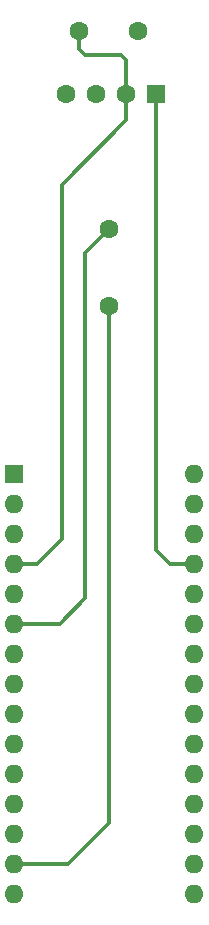
<source format=gbr>
%TF.GenerationSoftware,KiCad,Pcbnew,8.0.0*%
%TF.CreationDate,2024-07-08T18:04:10+10:00*%
%TF.ProjectId,Ardi,41726469-2e6b-4696-9361-645f70636258,A*%
%TF.SameCoordinates,Original*%
%TF.FileFunction,Copper,L1,Top*%
%TF.FilePolarity,Positive*%
%FSLAX46Y46*%
G04 Gerber Fmt 4.6, Leading zero omitted, Abs format (unit mm)*
G04 Created by KiCad (PCBNEW 8.0.0) date 2024-07-08 18:04:10*
%MOMM*%
%LPD*%
G01*
G04 APERTURE LIST*
%TA.AperFunction,ComponentPad*%
%ADD10R,1.600000X1.600000*%
%TD*%
%TA.AperFunction,ComponentPad*%
%ADD11O,1.600000X1.600000*%
%TD*%
%TA.AperFunction,ComponentPad*%
%ADD12C,1.600000*%
%TD*%
%TA.AperFunction,Conductor*%
%ADD13C,0.300000*%
%TD*%
G04 APERTURE END LIST*
D10*
%TO.P,A1,1,D1/TX*%
%TO.N,unconnected-(A1-D1{slash}TX-Pad1)*%
X127000000Y-105450000D03*
D11*
%TO.P,A1,2,D0/RX*%
%TO.N,unconnected-(A1-D0{slash}RX-Pad2)*%
X127000000Y-107990000D03*
%TO.P,A1,3,~{RESET}*%
%TO.N,unconnected-(A1-~{RESET}-Pad3)*%
X127000000Y-110530000D03*
%TO.P,A1,4,GND*%
%TO.N,GND*%
X127000000Y-113070000D03*
%TO.P,A1,5,D2*%
%TO.N,unconnected-(A1-D2-Pad5)*%
X127000000Y-115610000D03*
%TO.P,A1,6,D3*%
%TO.N,Net-(A1-D3)*%
X127000000Y-118150000D03*
%TO.P,A1,7,D4*%
%TO.N,unconnected-(A1-D4-Pad7)*%
X127000000Y-120690000D03*
%TO.P,A1,8,D5*%
%TO.N,unconnected-(A1-D5-Pad8)*%
X127000000Y-123230000D03*
%TO.P,A1,9,D6*%
%TO.N,unconnected-(A1-D6-Pad9)*%
X127000000Y-125770000D03*
%TO.P,A1,10,D7*%
%TO.N,unconnected-(A1-D7-Pad10)*%
X127000000Y-128310000D03*
%TO.P,A1,11,D8*%
%TO.N,unconnected-(A1-D8-Pad11)*%
X127000000Y-130850000D03*
%TO.P,A1,12,D9*%
%TO.N,unconnected-(A1-D9-Pad12)*%
X127000000Y-133390000D03*
%TO.P,A1,13,D10*%
%TO.N,unconnected-(A1-D10-Pad13)*%
X127000000Y-135930000D03*
%TO.P,A1,14,D11*%
%TO.N,Net-(A1-D11)*%
X127000000Y-138470000D03*
%TO.P,A1,15,D12*%
%TO.N,unconnected-(A1-D12-Pad15)*%
X127000000Y-141010000D03*
%TO.P,A1,16,D13*%
%TO.N,unconnected-(A1-D13-Pad16)*%
X142240000Y-141010000D03*
%TO.P,A1,17,3V3*%
%TO.N,unconnected-(A1-3V3-Pad17)*%
X142240000Y-138470000D03*
%TO.P,A1,18,AREF*%
%TO.N,unconnected-(A1-AREF-Pad18)*%
X142240000Y-135930000D03*
%TO.P,A1,19,A0*%
%TO.N,unconnected-(A1-A0-Pad19)*%
X142240000Y-133390000D03*
%TO.P,A1,20,A1*%
%TO.N,unconnected-(A1-A1-Pad20)*%
X142240000Y-130850000D03*
%TO.P,A1,21,A2*%
%TO.N,unconnected-(A1-A2-Pad21)*%
X142240000Y-128310000D03*
%TO.P,A1,22,A3*%
%TO.N,unconnected-(A1-A3-Pad22)*%
X142240000Y-125770000D03*
%TO.P,A1,23,A4*%
%TO.N,Net-(A1-A4)*%
X142240000Y-123230000D03*
%TO.P,A1,24,A5*%
%TO.N,Net-(A1-A5)*%
X142240000Y-120690000D03*
%TO.P,A1,25,A6*%
%TO.N,unconnected-(A1-A6-Pad25)*%
X142240000Y-118150000D03*
%TO.P,A1,26,A7*%
%TO.N,unconnected-(A1-A7-Pad26)*%
X142240000Y-115610000D03*
%TO.P,A1,27,+5V*%
%TO.N,+5V*%
X142240000Y-113070000D03*
%TO.P,A1,28,~{RESET}*%
%TO.N,unconnected-(A1-~{RESET}-Pad28)*%
X142240000Y-110530000D03*
%TO.P,A1,29,GND*%
%TO.N,unconnected-(A1-GND-Pad29)*%
X142240000Y-107990000D03*
%TO.P,A1,30,VIN*%
%TO.N,Net-(A1-VIN)*%
X142240000Y-105450000D03*
%TD*%
D12*
%TO.P,LS1,1,1*%
%TO.N,Net-(A1-D11)*%
X135000000Y-91250000D03*
%TO.P,LS1,2,2*%
%TO.N,Net-(A1-D3)*%
X135000000Y-84750000D03*
%TD*%
%TO.P,P1,1*%
%TO.N,Net-(A1-VIN)*%
X137500000Y-68000000D03*
%TO.P,P1,2*%
%TO.N,GND*%
X132500000Y-68000000D03*
%TD*%
D10*
%TO.P,U1,1,VCC*%
%TO.N,+5V*%
X139000000Y-73300000D03*
D12*
%TO.P,U1,2,GND*%
%TO.N,GND*%
X136460000Y-73300000D03*
%TO.P,U1,3,SCL*%
%TO.N,Net-(A1-A5)*%
X133920000Y-73300000D03*
%TO.P,U1,4,SDA*%
%TO.N,Net-(A1-A4)*%
X131380000Y-73300000D03*
%TD*%
D13*
%TO.N,+5V*%
X139000000Y-73300000D02*
X139000000Y-111930000D01*
%TO.N,Net-(A1-D3)*%
X133000000Y-86750000D02*
X135000000Y-84750000D01*
X127000000Y-118150000D02*
X130850000Y-118150000D01*
X130850000Y-118150000D02*
X133000000Y-116000000D01*
X133000000Y-116000000D02*
X133000000Y-86750000D01*
%TO.N,Net-(A1-D11)*%
X127000000Y-138470000D02*
X131530000Y-138470000D01*
X131530000Y-138470000D02*
X135000000Y-135000000D01*
X135000000Y-135000000D02*
X135000000Y-91250000D01*
%TO.N,GND*%
X133000000Y-70000000D02*
X136000000Y-70000000D01*
X132500000Y-68000000D02*
X132500000Y-69500000D01*
X128947500Y-113070000D02*
X127000000Y-113070000D01*
X132500000Y-69500000D02*
X133000000Y-70000000D01*
X136460000Y-75540000D02*
X131000000Y-81000000D01*
X136000000Y-70000000D02*
X136460000Y-70460000D01*
X136460000Y-73300000D02*
X136460000Y-75540000D01*
X136460000Y-70460000D02*
X136460000Y-73300000D01*
X131000000Y-111017500D02*
X128947500Y-113070000D01*
X131000000Y-81000000D02*
X131000000Y-111017500D01*
%TO.N,+5V*%
X139000000Y-111930000D02*
X140140000Y-113070000D01*
X140140000Y-113070000D02*
X142240000Y-113070000D01*
%TD*%
M02*

</source>
